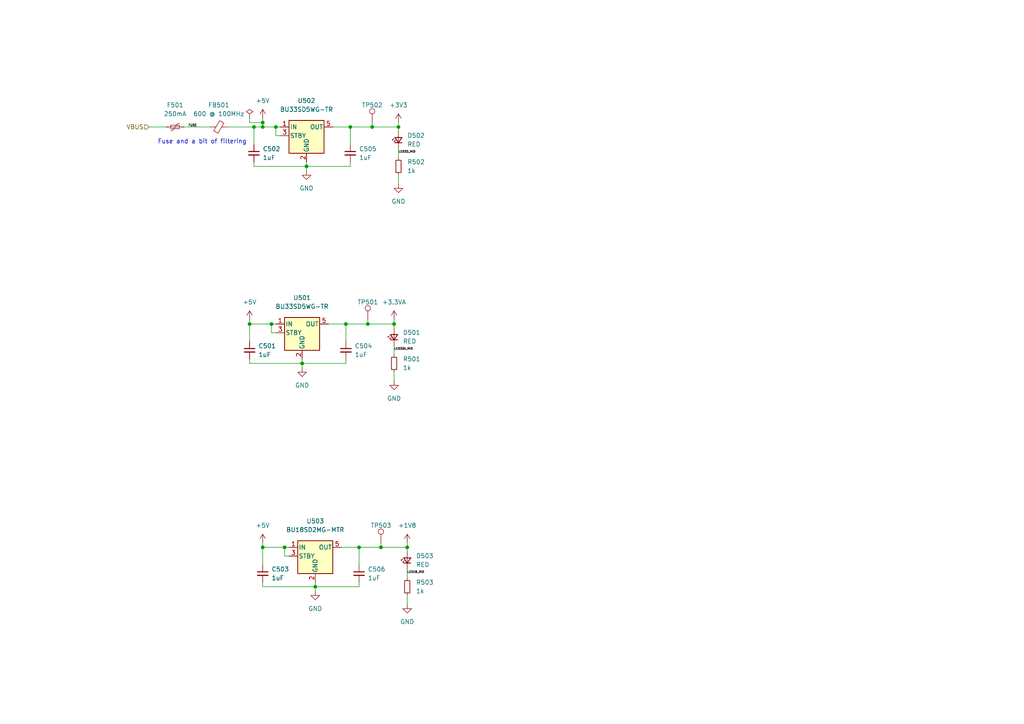
<source format=kicad_sch>
(kicad_sch (version 20211123) (generator eeschema)
  (paper "A4")
  (lib_symbols
    (symbol "Connector:TestPoint" (pin_numbers hide) (pin_names (offset 0.762) hide)
      (property "Reference" "TP" (at 0 6.858 0))
      (property "Value" "TestPoint" (at 0 5.08 0))
      (symbol "TestPoint_0_1"
        (circle (center 0 3.302) (radius 0.762))
      )
      (symbol "TestPoint_1_1"
        (pin passive line (at 0 0 90) (length 2.54) (name "1") (number "1"))
      )
    )
    (symbol "Device:C_Small" (pin_numbers hide) (pin_names (offset 0.254) hide)
      (property "Reference" "C" (at 0.254 1.778 0))
      (property "Value" "C_Small" (at 0.254 -2.032 0))
      (symbol "C_Small_0_1"
        (polyline (pts (xy -1.524 -0.508) (xy 1.524 -0.508)) (stroke (width 0.3302)))
        (polyline (pts (xy -1.524 0.508) (xy 1.524 0.508)) (stroke (width 0.3048)))
      )
      (symbol "C_Small_1_1"
        (pin passive line (at 0 2.54 270) (length 2.032) (name "~") (number "1"))
        (pin passive line (at 0 -2.54 90) (length 2.032) (name "~") (number "2"))
      )
    )
    (symbol "Device:FerriteBead_Small" (pin_numbers hide) (pin_names (offset 0))
      (property "Reference" "FB" (at 1.905 1.27 0))
      (property "Value" "FerriteBead_Small" (at 1.905 -1.27 0))
      (symbol "FerriteBead_Small_0_1"
        (polyline (pts (xy 0 -1.27) (xy 0 -0.7874)))
        (polyline (pts (xy 0 0.889) (xy 0 1.2954)))
        (polyline (pts (xy -1.8288 0.2794) (xy -1.1176 1.4986) (xy 1.8288 -0.2032) (xy 1.1176 -1.4224) (xy -1.8288 0.2794)))
      )
      (symbol "FerriteBead_Small_1_1"
        (pin passive line (at 0 2.54 270) (length 1.27) (name "~") (number "1"))
        (pin passive line (at 0 -2.54 90) (length 1.27) (name "~") (number "2"))
      )
    )
    (symbol "Device:LED_Small" (pin_numbers hide) (pin_names (offset 0.254) hide)
      (property "Reference" "D" (at -1.27 3.175 0))
      (property "Value" "LED_Small" (at -4.445 -2.54 0))
      (symbol "LED_Small_0_1"
        (polyline (pts (xy -0.762 -1.016) (xy -0.762 1.016)) (stroke (width 0.254)))
        (polyline (pts (xy 1.016 0) (xy -0.762 0)))
        (polyline (pts (xy 0.762 -1.016) (xy -0.762 0) (xy 0.762 1.016) (xy 0.762 -1.016)) (stroke (width 0.254)))
        (polyline (pts (xy 0 0.762) (xy -0.508 1.27) (xy -0.254 1.27) (xy -0.508 1.27) (xy -0.508 1.016)))
        (polyline (pts (xy 0.508 1.27) (xy 0 1.778) (xy 0.254 1.778) (xy 0 1.778) (xy 0 1.524)))
      )
      (symbol "LED_Small_1_1"
        (pin passive line (at -2.54 0 0) (length 1.778) (name "K") (number "1"))
        (pin passive line (at 2.54 0 180) (length 1.778) (name "A") (number "2"))
      )
    )
    (symbol "Device:Polyfuse_Small" (pin_numbers hide) (pin_names (offset 0))
      (property "Reference" "F" (at -1.905 0 90))
      (property "Value" "Polyfuse_Small" (at 1.905 0 90))
      (symbol "Polyfuse_Small_0_1"
        (rectangle (start -0.508 1.27) (end 0.508 -1.27))
        (polyline (pts (xy 0 2.54) (xy 0 -2.54)))
        (polyline (pts (xy -1.016 1.27) (xy -1.016 0.762) (xy 1.016 -0.762) (xy 1.016 -1.27)))
      )
      (symbol "Polyfuse_Small_1_1"
        (pin passive line (at 0 2.54 270) (length 0.635) (name "~") (number "1"))
        (pin passive line (at 0 -2.54 90) (length 0.635) (name "~") (number "2"))
      )
    )
    (symbol "Device:R_Small" (pin_numbers hide) (pin_names (offset 0.254) hide)
      (property "Reference" "R" (at 0.762 0.508 0))
      (property "Value" "R_Small" (at 0.762 -1.016 0))
      (symbol "R_Small_0_1"
        (rectangle (start -0.762 1.778) (end 0.762 -1.778) (stroke (width 0.2032)))
      )
      (symbol "R_Small_1_1"
        (pin passive line (at 0 2.54 270) (length 0.762) (name "~") (number "1"))
        (pin passive line (at 0 -2.54 90) (length 0.762) (name "~") (number "2"))
      )
    )
    (symbol "WITNS_ROHM:BU33SD5WG-TR" (pin_names (offset 0.254))
      (property "Reference" "U?" (at 0 10.16 0))
      (property "Value" "BU33SD5WG-TR" (at 0 7.62 0))
      (symbol "BU33SD5WG-TR_0_1"
        (rectangle (start -5.08 4.445) (end 5.08 -5.08) (stroke (width 0.254)) (fill (type background)))
      )
      (symbol "BU33SD5WG-TR_1_1"
        (pin power_in line (at -7.62 2.54 0) (length 2.54) (name "IN") (number "1"))
        (pin power_in line (at 0 -7.62 90) (length 2.54) (name "GND") (number "2"))
        (pin input line (at -7.62 0 0) (length 2.54) (name "STBY") (number "3"))
        (pin no_connect line (at 5.08 0 180) (length 2.54) hide (name "NC") (number "4"))
        (pin power_out line (at 7.62 2.54 180) (length 2.54) (name "OUT") (number "5"))
      )
    )
    (symbol "power:+1V8" (power) (pin_names (offset 0))
      (property "Value" "+1V8" (at 0 3.556 0))
      (symbol "+1V8_0_1"
        (polyline (pts (xy -0.762 1.27) (xy 0 2.54)))
        (polyline (pts (xy 0 0) (xy 0 2.54)))
        (polyline (pts (xy 0 2.54) (xy 0.762 1.27)))
      )
      (symbol "+1V8_1_1"
        (pin power_in line (at 0 0 90) (length 0) hide (name "+1V8") (number "1"))
      )
    )
    (symbol "power:+3.3V" (power) (pin_names (offset 0))
      (property "Value" "+3.3V" (at 0 3.556 0))
      (symbol "+3.3V_0_1"
        (polyline (pts (xy -0.762 1.27) (xy 0 2.54)))
        (polyline (pts (xy 0 0) (xy 0 2.54)))
        (polyline (pts (xy 0 2.54) (xy 0.762 1.27)))
      )
      (symbol "+3.3V_1_1"
        (pin power_in line (at 0 0 90) (length 0) hide (name "+3V3") (number "1"))
      )
    )
    (symbol "power:+3.3VA" (power) (pin_names (offset 0))
      (property "Value" "+3.3VA" (at 0 3.556 0))
      (symbol "+3.3VA_0_1"
        (polyline (pts (xy -0.762 1.27) (xy 0 2.54)))
        (polyline (pts (xy 0 0) (xy 0 2.54)))
        (polyline (pts (xy 0 2.54) (xy 0.762 1.27)))
      )
      (symbol "+3.3VA_1_1"
        (pin power_in line (at 0 0 90) (length 0) hide (name "+3.3VA") (number "1"))
      )
    )
    (symbol "power:+5V" (power) (pin_names (offset 0))
      (property "Value" "+5V" (at 0 3.556 0))
      (symbol "+5V_0_1"
        (polyline (pts (xy -0.762 1.27) (xy 0 2.54)))
        (polyline (pts (xy 0 0) (xy 0 2.54)))
        (polyline (pts (xy 0 2.54) (xy 0.762 1.27)))
      )
      (symbol "+5V_1_1"
        (pin power_in line (at 0 0 90) (length 0) hide (name "+5V") (number "1"))
      )
    )
    (symbol "power:GND" (power) (pin_names (offset 0))
      (property "Value" "GND" (at 0 -3.81 0))
      (symbol "GND_0_1"
        (polyline (pts (xy 0 0) (xy 0 -1.27) (xy 1.27 -1.27) (xy 0 -2.54) (xy -1.27 -1.27) (xy 0 -1.27)))
      )
      (symbol "GND_1_1"
        (pin power_in line (at 0 0 270) (length 0) hide (name "GND") (number "1"))
      )
    )
    (symbol "power:PWR_FLAG" (power) (pin_numbers hide) (pin_names (offset 0) hide)
      (property "Value" "PWR_FLAG" (at 0 3.81 0))
      (symbol "PWR_FLAG_0_0"
        (pin power_out line (at 0 0 90) (length 0) (name "pwr") (number "1"))
      )
      (symbol "PWR_FLAG_0_1"
        (polyline (pts (xy 0 0) (xy 0 1.27) (xy -1.016 1.905) (xy 0 2.54) (xy 1.016 1.905) (xy 0 1.27)))
      )
    )
  )
  (junction (at 76.2 35.56))
  (junction (at 106.68 93.98))
  (junction (at 101.6 36.83))
  (junction (at 72.39 93.98))
  (junction (at 76.2 36.83))
  (junction (at 82.55 158.75))
  (junction (at 80.01 36.83))
  (junction (at 104.14 158.75))
  (junction (at 88.9 48.26))
  (junction (at 115.57 36.83))
  (junction (at 76.2 158.75))
  (junction (at 73.66 36.83))
  (junction (at 100.33 93.98))
  (junction (at 107.95 36.83))
  (junction (at 114.3 93.98))
  (junction (at 78.74 93.98))
  (junction (at 118.11 158.75))
  (junction (at 110.49 158.75))
  (junction (at 91.44 170.18))
  (junction (at 87.63 105.41))
  (wire (pts (xy 107.95 36.83) (xy 115.57 36.83)))
  (wire (pts (xy 72.39 34.29) (xy 72.39 35.56)))
  (wire (pts (xy 87.63 105.41) (xy 87.63 106.68)))
  (wire (pts (xy 114.3 92.71) (xy 114.3 93.98)))
  (wire (pts (xy 114.3 100.33) (xy 114.3 102.87)))
  (wire (pts (xy 76.2 170.18) (xy 76.2 168.91)))
  (wire (pts (xy 76.2 158.75) (xy 82.55 158.75)))
  (wire (pts (xy 99.06 158.75) (xy 104.14 158.75)))
  (wire (pts (xy 72.39 99.06) (xy 72.39 93.98)))
  (wire (pts (xy 72.39 93.98) (xy 78.74 93.98)))
  (wire (pts (xy 91.44 168.91) (xy 91.44 170.18)))
  (wire (pts (xy 104.14 170.18) (xy 104.14 168.91)))
  (wire (pts (xy 115.57 50.8) (xy 115.57 53.34)))
  (wire (pts (xy 43.18 36.83) (xy 48.26 36.83)))
  (wire (pts (xy 91.44 170.18) (xy 91.44 171.45)))
  (wire (pts (xy 88.9 46.99) (xy 88.9 48.26)))
  (wire (pts (xy 115.57 36.83) (xy 115.57 38.1)))
  (wire (pts (xy 78.74 96.52) (xy 78.74 93.98)))
  (wire (pts (xy 104.14 158.75) (xy 110.49 158.75)))
  (wire (pts (xy 82.55 161.29) (xy 82.55 158.75)))
  (wire (pts (xy 76.2 35.56) (xy 76.2 36.83)))
  (wire (pts (xy 80.01 96.52) (xy 78.74 96.52)))
  (wire (pts (xy 83.82 161.29) (xy 82.55 161.29)))
  (wire (pts (xy 76.2 34.29) (xy 76.2 35.56)))
  (wire (pts (xy 101.6 36.83) (xy 107.95 36.83)))
  (wire (pts (xy 101.6 48.26) (xy 101.6 46.99)))
  (wire (pts (xy 66.04 36.83) (xy 73.66 36.83)))
  (wire (pts (xy 72.39 105.41) (xy 72.39 104.14)))
  (wire (pts (xy 91.44 170.18) (xy 76.2 170.18)))
  (wire (pts (xy 81.28 39.37) (xy 80.01 39.37)))
  (wire (pts (xy 115.57 35.56) (xy 115.57 36.83)))
  (wire (pts (xy 96.52 36.83) (xy 101.6 36.83)))
  (wire (pts (xy 80.01 39.37) (xy 80.01 36.83)))
  (wire (pts (xy 88.9 48.26) (xy 73.66 48.26)))
  (wire (pts (xy 73.66 36.83) (xy 73.66 41.91)))
  (wire (pts (xy 110.49 157.48) (xy 110.49 158.75)))
  (wire (pts (xy 106.68 93.98) (xy 114.3 93.98)))
  (wire (pts (xy 72.39 92.71) (xy 72.39 93.98)))
  (wire (pts (xy 80.01 36.83) (xy 81.28 36.83)))
  (wire (pts (xy 78.74 93.98) (xy 80.01 93.98)))
  (wire (pts (xy 82.55 158.75) (xy 83.82 158.75)))
  (wire (pts (xy 100.33 93.98) (xy 106.68 93.98)))
  (wire (pts (xy 114.3 93.98) (xy 114.3 95.25)))
  (wire (pts (xy 76.2 36.83) (xy 73.66 36.83)))
  (wire (pts (xy 118.11 158.75) (xy 118.11 160.02)))
  (wire (pts (xy 100.33 93.98) (xy 100.33 99.06)))
  (wire (pts (xy 118.11 157.48) (xy 118.11 158.75)))
  (wire (pts (xy 110.49 158.75) (xy 118.11 158.75)))
  (wire (pts (xy 88.9 48.26) (xy 88.9 49.53)))
  (wire (pts (xy 53.34 36.83) (xy 60.96 36.83)))
  (wire (pts (xy 104.14 158.75) (xy 104.14 163.83)))
  (wire (pts (xy 72.39 35.56) (xy 76.2 35.56)))
  (wire (pts (xy 115.57 43.18) (xy 115.57 45.72)))
  (wire (pts (xy 118.11 172.72) (xy 118.11 175.26)))
  (wire (pts (xy 101.6 36.83) (xy 101.6 41.91)))
  (wire (pts (xy 76.2 163.83) (xy 76.2 158.75)))
  (wire (pts (xy 87.63 105.41) (xy 100.33 105.41)))
  (wire (pts (xy 73.66 48.26) (xy 73.66 46.99)))
  (wire (pts (xy 114.3 107.95) (xy 114.3 110.49)))
  (wire (pts (xy 80.01 36.83) (xy 76.2 36.83)))
  (wire (pts (xy 107.95 35.56) (xy 107.95 36.83)))
  (wire (pts (xy 87.63 104.14) (xy 87.63 105.41)))
  (wire (pts (xy 118.11 165.1) (xy 118.11 167.64)))
  (wire (pts (xy 87.63 105.41) (xy 72.39 105.41)))
  (wire (pts (xy 95.25 93.98) (xy 100.33 93.98)))
  (wire (pts (xy 106.68 92.71) (xy 106.68 93.98)))
  (wire (pts (xy 91.44 170.18) (xy 104.14 170.18)))
  (wire (pts (xy 100.33 105.41) (xy 100.33 104.14)))
  (wire (pts (xy 88.9 48.26) (xy 101.6 48.26)))
  (wire (pts (xy 76.2 157.48) (xy 76.2 158.75)))
  (text "Fuse and a bit of filtering\n" (at 45.72 41.91 0) (effects (font (size 1.27 1.27)) (justify left bottom)))
  (label "LED33A_MID" (at 114.3 101.6 0) (effects (font (size 0.6 0.6))))
  (label "LED18_MID" (at 118.11 166.37 0) (effects (font (size 0.6 0.6))))
  (label "FUSE" (at 54.61 36.83 0) (effects (font (size 0.63 0.63))))
  (label "LED33_MID" (at 115.57 44.45 0) (effects (font (size 0.6 0.6))))
  (hierarchical_label "VBUS" (shape input) (at 43.18 36.83 180))
  (symbol (lib_id "Device:LED_Small") (at 115.57 40.64 90) (unit 1)
    (property "Reference" "D502" (at 118.11 39.3064 90) (effects (justify right)))
    (property "Value" "RED" (at 118.11 41.8464 90) (effects (justify right)))
    (property "Footprint" "LED_SMD:LED_0603_1608Metric_Pad1.05x0.95mm_HandSolder" (effects hide))
  )
  (symbol (lib_id "Device:FerriteBead_Small") (at 63.5 36.83 90) (unit 1)
    (property "Reference" "FB501" (at 63.4619 30.48 90))
    (property "Value" "600 @ 100MHz" (at 63.4619 33.02 90))
    (property "Footprint" "Inductor_SMD:L_0805_2012Metric_Pad1.05x1.20mm_HandSolder" (effects hide))
    (property "Farnell" "2292460" (effects hide))
    (property "Footprint" "Inductor_SMD:L_0805_2012Metric_Pad1.15x1.40mm_HandSolder" (effects hide))
    (property "Reference" "FB1" (effects hide))
    (property "Value" "600 @ 100MHz" (effects hide))
  )
  (symbol (lib_id "Device:C_Small") (at 72.39 101.6 0) (unit 1)
    (property "Reference" "C501" (at 74.93 100.3362 0) (effects (justify left)))
    (property "Value" "1uF" (at 74.93 102.8762 0) (effects (justify left)))
    (property "Footprint" "Capacitor_SMD:C_0603_1608Metric_Pad1.08x0.95mm_HandSolder" (effects hide))
  )
  (symbol (lib_id "power:GND") (at 114.3 110.49 0) (unit 1)
    (property "Reference" "#PWR0508" (effects hide))
    (property "Value" "GND" (at 114.3 115.57 0))
  )
  (symbol (lib_id "Connector:TestPoint") (at 107.95 35.56 0) (unit 1)
    (property "Reference" "TP502" (at 107.95 30.48 0))
    (property "Value" "TestPoint" (effects hide))
    (property "Footprint" "TestPoint:TestPoint_Pad_D1.5mm" (effects hide))
  )
  (symbol (lib_id "power:GND") (at 88.9 49.53 0) (unit 1)
    (property "Reference" "#PWR0505" (effects hide))
    (property "Value" "GND" (at 88.9 54.61 0))
  )
  (symbol (lib_id "power:+5V") (at 76.2 34.29 0) (unit 1)
    (property "Reference" "#PWR0502" (effects hide))
    (property "Value" "+5V" (at 76.2 29.21 0))
  )
  (symbol (lib_id "Connector:TestPoint") (at 110.49 157.48 0) (unit 1)
    (property "Reference" "TP503" (at 110.49 152.4 0))
    (property "Value" "TestPoint" (effects hide))
    (property "Footprint" "TestPoint:TestPoint_Pad_D1.5mm" (effects hide))
  )
  (symbol (lib_id "power:GND") (at 115.57 53.34 0) (unit 1)
    (property "Reference" "#PWR0510" (effects hide))
    (property "Value" "GND" (at 115.57 58.42 0))
  )
  (symbol (lib_id "Device:Polyfuse_Small") (at 50.8 36.83 90) (unit 1)
    (property "Reference" "F501" (at 50.8 30.48 90))
    (property "Value" "250mA" (at 50.8 33.02 90))
    (property "Footprint" "Fuse:Fuse_1206_3216Metric_Pad1.42x1.75mm_HandSolder" (effects hide))
    (property "Farnell" "2834880" (effects hide))
  )
  (symbol (lib_id "power:+3.3VA") (at 114.3 92.71 0) (unit 1)
    (property "Reference" "#PWR0507" (effects hide))
    (property "Value" "+3.3VA" (at 114.3 87.63 0))
  )
  (symbol (lib_id "Device:C_Small") (at 100.33 101.6 0) (unit 1)
    (property "Reference" "C504" (at 102.87 100.3362 0) (effects (justify left)))
    (property "Value" "1uF" (at 102.87 102.8762 0) (effects (justify left)))
    (property "Footprint" "Capacitor_SMD:C_0603_1608Metric_Pad1.08x0.95mm_HandSolder" (effects hide))
  )
  (symbol (lib_id "Device:LED_Small") (at 114.3 97.79 90) (unit 1)
    (property "Reference" "D501" (at 116.84 96.4564 90) (effects (justify right)))
    (property "Value" "RED" (at 116.84 98.9964 90) (effects (justify right)))
    (property "Footprint" "LED_SMD:LED_0603_1608Metric_Pad1.05x0.95mm_HandSolder" (effects hide))
  )
  (symbol (lib_id "power:+5V") (at 76.2 157.48 0) (unit 1)
    (property "Reference" "#PWR0503" (effects hide))
    (property "Value" "+5V" (at 76.2 152.4 0))
  )
  (symbol (lib_id "Device:C_Small") (at 73.66 44.45 0) (unit 1)
    (property "Reference" "C502" (at 76.2 43.1862 0) (effects (justify left)))
    (property "Value" "1uF" (at 76.2 45.7262 0) (effects (justify left)))
    (property "Footprint" "Capacitor_SMD:C_0603_1608Metric_Pad1.08x0.95mm_HandSolder" (effects hide))
  )
  (symbol (lib_id "power:GND") (at 118.11 175.26 0) (unit 1)
    (property "Reference" "#PWR0512" (effects hide))
    (property "Value" "GND" (at 118.11 180.34 0))
  )
  (symbol (lib_id "power:+1V8") (at 118.11 157.48 0) (unit 1)
    (property "Reference" "#PWR0511" (effects hide))
    (property "Value" "+1V8" (at 118.11 152.4 0))
  )
  (symbol (lib_id "Device:C_Small") (at 104.14 166.37 0) (unit 1)
    (property "Reference" "C506" (at 106.68 165.1062 0) (effects (justify left)))
    (property "Value" "1uF" (at 106.68 167.6462 0) (effects (justify left)))
    (property "Footprint" "Capacitor_SMD:C_0603_1608Metric_Pad1.08x0.95mm_HandSolder" (effects hide))
  )
  (symbol (lib_id "power:GND") (at 91.44 171.45 0) (unit 1)
    (property "Reference" "#PWR0506" (effects hide))
    (property "Value" "GND" (at 91.44 176.53 0))
  )
  (symbol (lib_id "Device:R_Small") (at 115.57 48.26 0) (unit 1)
    (property "Reference" "R502" (at 118.11 46.9899 0) (effects (justify left)))
    (property "Value" "1k" (at 118.11 49.5299 0) (effects (justify left)))
    (property "Footprint" "Resistor_SMD:R_0603_1608Metric_Pad0.98x0.95mm_HandSolder" (effects hide))
  )
  (symbol (lib_id "Device:R_Small") (at 114.3 105.41 0) (unit 1)
    (property "Reference" "R501" (at 116.84 104.1399 0) (effects (justify left)))
    (property "Value" "1k" (at 116.84 106.6799 0) (effects (justify left)))
    (property "Footprint" "Resistor_SMD:R_0603_1608Metric_Pad0.98x0.95mm_HandSolder" (effects hide))
  )
  (symbol (lib_id "WITNS_ROHM:BU33SD5WG-TR") (at 91.44 161.29 0) (unit 1)
    (property "Reference" "U503" (at 91.44 151.13 0))
    (property "Value" "BU18SD2MG-MTR" (at 91.44 153.67 0))
    (property "Footprint" "Package_TO_SOT_SMD:SOT-23-5" (effects hide))
    (property "Datasheet" "https://fscdn.rohm.com/en/products/databook/datasheet/ic/power/linear_regulator/buxxsd5wg-e.pdf" (effects hide))
  )
  (symbol (lib_id "Connector:TestPoint") (at 106.68 92.71 0) (unit 1)
    (property "Reference" "TP501" (at 106.68 87.63 0))
    (property "Value" "TestPoint" (effects hide))
    (property "Footprint" "TestPoint:TestPoint_Pad_D1.5mm" (effects hide))
  )
  (symbol (lib_id "WITNS_ROHM:BU33SD5WG-TR") (at 87.63 96.52 0) (unit 1)
    (property "Reference" "U501" (at 87.63 86.36 0))
    (property "Value" "BU33SD5WG-TR" (at 87.63 88.9 0))
    (property "Footprint" "Package_TO_SOT_SMD:SOT-23-5" (effects hide))
    (property "Datasheet" "https://fscdn.rohm.com/en/products/databook/datasheet/ic/power/linear_regulator/buxxsd5wg-e.pdf" (effects hide))
  )
  (symbol (lib_id "power:+5V") (at 72.39 92.71 0) (unit 1)
    (property "Reference" "#PWR0501" (effects hide))
    (property "Value" "+5V" (at 72.39 87.63 0))
  )
  (symbol (lib_id "Device:R_Small") (at 118.11 170.18 0) (unit 1)
    (property "Reference" "R503" (at 120.65 168.9099 0) (effects (justify left)))
    (property "Value" "1k" (at 120.65 171.4499 0) (effects (justify left)))
    (property "Footprint" "Resistor_SMD:R_0603_1608Metric_Pad0.98x0.95mm_HandSolder" (effects hide))
  )
  (symbol (lib_id "WITNS_ROHM:BU33SD5WG-TR") (at 88.9 39.37 0) (unit 1)
    (property "Reference" "U502" (at 88.9 29.21 0))
    (property "Value" "BU33SD5WG-TR" (at 88.9 31.75 0))
    (property "Footprint" "Package_TO_SOT_SMD:SOT-23-5" (effects hide))
    (property "Datasheet" "https://fscdn.rohm.com/en/products/databook/datasheet/ic/power/linear_regulator/buxxsd5wg-e.pdf" (effects hide))
  )
  (symbol (lib_id "Device:C_Small") (at 76.2 166.37 0) (unit 1)
    (property "Reference" "C503" (at 78.74 165.1062 0) (effects (justify left)))
    (property "Value" "1uF" (at 78.74 167.6462 0) (effects (justify left)))
    (property "Footprint" "Capacitor_SMD:C_0603_1608Metric_Pad1.08x0.95mm_HandSolder" (effects hide))
  )
  (symbol (lib_id "Device:LED_Small") (at 118.11 162.56 90) (unit 1)
    (property "Reference" "D503" (at 120.65 161.2264 90) (effects (justify right)))
    (property "Value" "RED" (at 120.65 163.7664 90) (effects (justify right)))
    (property "Footprint" "LED_SMD:LED_0603_1608Metric_Pad1.05x0.95mm_HandSolder" (effects hide))
  )
  (symbol (lib_id "power:PWR_FLAG") (at 72.39 34.29 0) (unit 1)
    (property "Reference" "#FLG0102" (effects hide))
    (property "Value" "PWR_FLAG" (effects hide))
  )
  (symbol (lib_id "Device:C_Small") (at 101.6 44.45 0) (unit 1)
    (property "Reference" "C505" (at 104.14 43.1862 0) (effects (justify left)))
    (property "Value" "1uF" (at 104.14 45.7262 0) (effects (justify left)))
    (property "Footprint" "Capacitor_SMD:C_0603_1608Metric_Pad1.08x0.95mm_HandSolder" (effects hide))
  )
  (symbol (lib_id "power:+3.3V") (at 115.57 35.56 0) (unit 1)
    (property "Reference" "#PWR0509" (effects hide))
    (property "Value" "+3.3V" (at 115.57 30.48 0))
  )
  (symbol (lib_id "power:GND") (at 87.63 106.68 0) (unit 1)
    (property "Reference" "#PWR0504" (effects hide))
    (property "Value" "GND" (at 87.63 111.76 0))
  )
)
</source>
